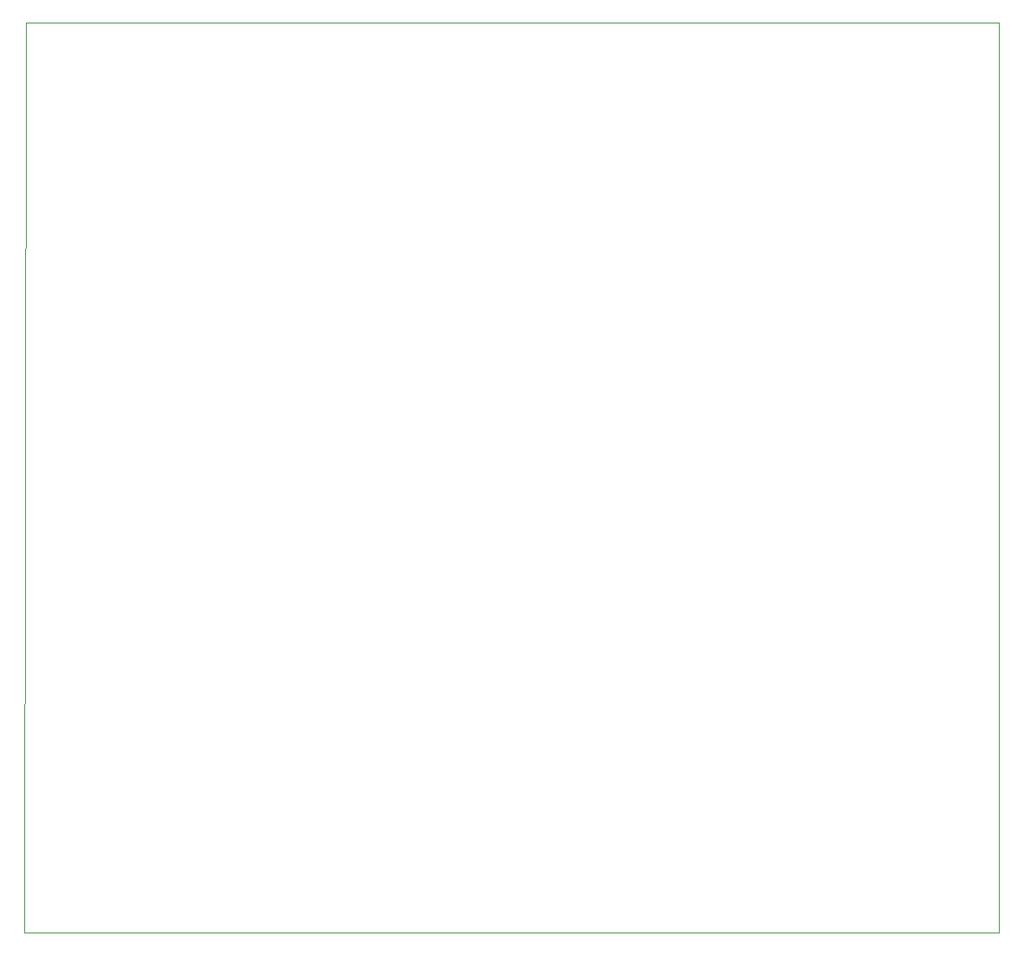
<source format=gbr>
G04 #@! TF.GenerationSoftware,KiCad,Pcbnew,5.1.5+dfsg1-2build2*
G04 #@! TF.CreationDate,2021-07-06T13:38:07+01:00*
G04 #@! TF.ProjectId,Video+Sound,56696465-6f2b-4536-9f75-6e642e6b6963,rev?*
G04 #@! TF.SameCoordinates,Original*
G04 #@! TF.FileFunction,Profile,NP*
%FSLAX46Y46*%
G04 Gerber Fmt 4.6, Leading zero omitted, Abs format (unit mm)*
G04 Created by KiCad (PCBNEW 5.1.5+dfsg1-2build2) date 2021-07-06 13:38:07*
%MOMM*%
%LPD*%
G04 APERTURE LIST*
%ADD10C,0.050000*%
G04 APERTURE END LIST*
D10*
X74041000Y-63500000D02*
X73914000Y-155575000D01*
X172466000Y-63500000D02*
X74041000Y-63500000D01*
X172466000Y-155575000D02*
X172466000Y-63500000D01*
X73914000Y-155575000D02*
X172466000Y-155575000D01*
M02*

</source>
